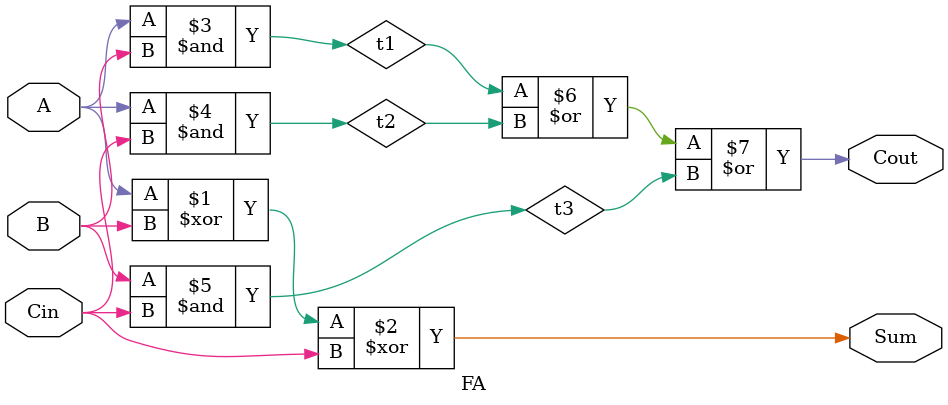
<source format=v>
module FA (Cin, A, B, Cout, Sum);
    input Cin;
    input A;
    input B;
    output Cout;
    output Sum;

    wire t1,t2,t3;

    xor G1 (Sum, A, B, Cin);
    and G2 (t1, A, B);
    and G3 (t2, A, Cin);
    and G4 (t3, B, Cin);
    or G5 (Cout, t1, t2, t3);

endmodule

</source>
